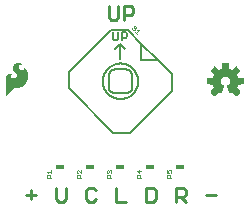
<source format=gbr>
G04 EAGLE Gerber RS-274X export*
G75*
%MOMM*%
%FSLAX34Y34*%
%LPD*%
%INSilkscreen Top*%
%IPPOS*%
%AMOC8*
5,1,8,0,0,1.08239X$1,22.5*%
G01*
%ADD10C,0.254000*%
%ADD11C,0.203200*%
%ADD12C,0.152400*%
%ADD13C,0.025400*%
%ADD14R,0.762000X0.457200*%

G36*
X212520Y114446D02*
X212520Y114446D01*
X212628Y114456D01*
X212641Y114462D01*
X212655Y114464D01*
X212752Y114512D01*
X212851Y114557D01*
X212864Y114568D01*
X212873Y114572D01*
X212888Y114588D01*
X212965Y114650D01*
X215550Y117235D01*
X215613Y117324D01*
X215679Y117409D01*
X215684Y117422D01*
X215692Y117434D01*
X215723Y117537D01*
X215759Y117640D01*
X215759Y117654D01*
X215763Y117667D01*
X215759Y117775D01*
X215760Y117884D01*
X215755Y117897D01*
X215755Y117911D01*
X215717Y118013D01*
X215682Y118115D01*
X215673Y118130D01*
X215669Y118139D01*
X215655Y118156D01*
X215601Y118238D01*
X212837Y121628D01*
X213394Y122710D01*
X213400Y122730D01*
X213442Y122825D01*
X213813Y123984D01*
X218164Y124427D01*
X218268Y124455D01*
X218374Y124480D01*
X218386Y124487D01*
X218399Y124490D01*
X218489Y124551D01*
X218582Y124608D01*
X218590Y124619D01*
X218602Y124627D01*
X218668Y124713D01*
X218737Y124797D01*
X218741Y124810D01*
X218750Y124821D01*
X218784Y124924D01*
X218823Y125025D01*
X218824Y125043D01*
X218828Y125052D01*
X218828Y125074D01*
X218837Y125172D01*
X218837Y128828D01*
X218820Y128935D01*
X218806Y129043D01*
X218800Y129055D01*
X218798Y129069D01*
X218746Y129165D01*
X218699Y129262D01*
X218689Y129272D01*
X218683Y129284D01*
X218603Y129358D01*
X218527Y129435D01*
X218515Y129441D01*
X218505Y129451D01*
X218406Y129496D01*
X218309Y129544D01*
X218291Y129548D01*
X218282Y129552D01*
X218261Y129554D01*
X218164Y129573D01*
X213813Y130016D01*
X213442Y131175D01*
X213433Y131192D01*
X213431Y131200D01*
X213427Y131207D01*
X213394Y131290D01*
X212837Y132372D01*
X215601Y135762D01*
X215655Y135856D01*
X215712Y135948D01*
X215715Y135961D01*
X215722Y135973D01*
X215743Y136080D01*
X215768Y136185D01*
X215766Y136199D01*
X215769Y136213D01*
X215754Y136320D01*
X215744Y136428D01*
X215738Y136441D01*
X215736Y136455D01*
X215688Y136552D01*
X215643Y136651D01*
X215632Y136664D01*
X215628Y136673D01*
X215612Y136688D01*
X215550Y136765D01*
X212965Y139350D01*
X212876Y139413D01*
X212791Y139479D01*
X212778Y139484D01*
X212766Y139492D01*
X212663Y139523D01*
X212560Y139559D01*
X212546Y139559D01*
X212533Y139563D01*
X212425Y139559D01*
X212316Y139560D01*
X212303Y139555D01*
X212289Y139555D01*
X212187Y139517D01*
X212085Y139482D01*
X212070Y139473D01*
X212061Y139469D01*
X212044Y139455D01*
X211962Y139401D01*
X208572Y136637D01*
X207490Y137194D01*
X207470Y137200D01*
X207375Y137242D01*
X206216Y137613D01*
X205773Y141964D01*
X205745Y142068D01*
X205720Y142174D01*
X205713Y142186D01*
X205710Y142199D01*
X205649Y142289D01*
X205592Y142382D01*
X205581Y142390D01*
X205573Y142402D01*
X205487Y142468D01*
X205403Y142537D01*
X205390Y142541D01*
X205379Y142550D01*
X205276Y142584D01*
X205175Y142623D01*
X205157Y142624D01*
X205148Y142628D01*
X205126Y142628D01*
X205028Y142637D01*
X201372Y142637D01*
X201265Y142620D01*
X201157Y142606D01*
X201145Y142600D01*
X201131Y142598D01*
X201035Y142546D01*
X200938Y142499D01*
X200928Y142489D01*
X200916Y142483D01*
X200842Y142403D01*
X200765Y142327D01*
X200759Y142315D01*
X200749Y142305D01*
X200704Y142206D01*
X200656Y142109D01*
X200652Y142091D01*
X200648Y142082D01*
X200646Y142061D01*
X200627Y141964D01*
X200184Y137613D01*
X199025Y137242D01*
X199007Y137232D01*
X198910Y137194D01*
X197828Y136637D01*
X194438Y139401D01*
X194344Y139455D01*
X194252Y139512D01*
X194239Y139515D01*
X194227Y139522D01*
X194120Y139543D01*
X194015Y139568D01*
X194001Y139566D01*
X193987Y139569D01*
X193880Y139554D01*
X193772Y139544D01*
X193759Y139538D01*
X193746Y139536D01*
X193648Y139488D01*
X193549Y139443D01*
X193536Y139432D01*
X193527Y139428D01*
X193512Y139412D01*
X193435Y139350D01*
X190850Y136765D01*
X190787Y136676D01*
X190721Y136591D01*
X190716Y136578D01*
X190708Y136566D01*
X190677Y136463D01*
X190641Y136360D01*
X190641Y136346D01*
X190637Y136333D01*
X190641Y136225D01*
X190640Y136116D01*
X190645Y136103D01*
X190645Y136089D01*
X190683Y135987D01*
X190718Y135885D01*
X190727Y135870D01*
X190731Y135861D01*
X190745Y135844D01*
X190799Y135762D01*
X193563Y132372D01*
X193006Y131290D01*
X193000Y131270D01*
X192958Y131175D01*
X192587Y130016D01*
X188236Y129573D01*
X188132Y129545D01*
X188026Y129520D01*
X188014Y129513D01*
X188001Y129510D01*
X187911Y129449D01*
X187818Y129392D01*
X187810Y129381D01*
X187798Y129373D01*
X187732Y129287D01*
X187664Y129203D01*
X187659Y129190D01*
X187650Y129179D01*
X187616Y129076D01*
X187577Y128975D01*
X187576Y128957D01*
X187572Y128948D01*
X187573Y128926D01*
X187563Y128828D01*
X187563Y125172D01*
X187580Y125065D01*
X187594Y124957D01*
X187600Y124945D01*
X187602Y124931D01*
X187654Y124835D01*
X187701Y124738D01*
X187711Y124728D01*
X187717Y124716D01*
X187797Y124642D01*
X187873Y124565D01*
X187885Y124559D01*
X187896Y124549D01*
X187994Y124504D01*
X188091Y124456D01*
X188109Y124452D01*
X188118Y124448D01*
X188139Y124446D01*
X188236Y124427D01*
X192587Y123984D01*
X192958Y122825D01*
X192968Y122807D01*
X193006Y122710D01*
X193563Y121628D01*
X190799Y118238D01*
X190745Y118144D01*
X190688Y118052D01*
X190685Y118039D01*
X190678Y118027D01*
X190657Y117920D01*
X190632Y117815D01*
X190634Y117801D01*
X190631Y117787D01*
X190646Y117680D01*
X190656Y117572D01*
X190662Y117559D01*
X190664Y117546D01*
X190712Y117448D01*
X190757Y117349D01*
X190768Y117336D01*
X190772Y117327D01*
X190788Y117312D01*
X190850Y117235D01*
X193435Y114650D01*
X193524Y114587D01*
X193609Y114521D01*
X193622Y114516D01*
X193634Y114508D01*
X193737Y114477D01*
X193840Y114441D01*
X193854Y114441D01*
X193867Y114437D01*
X193975Y114441D01*
X194084Y114440D01*
X194097Y114445D01*
X194111Y114445D01*
X194213Y114483D01*
X194315Y114518D01*
X194330Y114527D01*
X194339Y114531D01*
X194356Y114545D01*
X194438Y114599D01*
X197828Y117363D01*
X198910Y116806D01*
X198963Y116789D01*
X199012Y116763D01*
X199078Y116752D01*
X199142Y116731D01*
X199198Y116732D01*
X199252Y116723D01*
X199319Y116734D01*
X199386Y116735D01*
X199438Y116753D01*
X199493Y116762D01*
X199553Y116794D01*
X199616Y116817D01*
X199659Y116851D01*
X199709Y116877D01*
X199755Y116926D01*
X199807Y116968D01*
X199838Y117015D01*
X199876Y117055D01*
X199932Y117160D01*
X199940Y117173D01*
X199941Y117178D01*
X199945Y117185D01*
X202098Y122382D01*
X202118Y122466D01*
X202123Y122478D01*
X202125Y122494D01*
X202150Y122580D01*
X202149Y122600D01*
X202154Y122620D01*
X202146Y122702D01*
X202147Y122721D01*
X202143Y122741D01*
X202139Y122824D01*
X202132Y122843D01*
X202130Y122863D01*
X202098Y122932D01*
X202092Y122959D01*
X202077Y122983D01*
X202050Y123052D01*
X202037Y123067D01*
X202029Y123085D01*
X201984Y123134D01*
X201964Y123166D01*
X201932Y123192D01*
X201893Y123238D01*
X201872Y123253D01*
X201862Y123263D01*
X201841Y123275D01*
X201778Y123319D01*
X201775Y123321D01*
X201774Y123321D01*
X201772Y123323D01*
X200888Y123818D01*
X200209Y124445D01*
X199695Y125214D01*
X199375Y126082D01*
X199267Y126999D01*
X199380Y127934D01*
X199711Y128815D01*
X200243Y129592D01*
X200944Y130221D01*
X201774Y130664D01*
X202686Y130898D01*
X203628Y130908D01*
X204544Y130694D01*
X205384Y130269D01*
X206098Y129656D01*
X206647Y128891D01*
X206998Y128017D01*
X207131Y127085D01*
X207039Y126148D01*
X206727Y125260D01*
X206212Y124472D01*
X205525Y123828D01*
X204626Y123322D01*
X204586Y123289D01*
X204544Y123267D01*
X204513Y123234D01*
X204465Y123199D01*
X204452Y123182D01*
X204436Y123169D01*
X204401Y123115D01*
X204377Y123089D01*
X204364Y123058D01*
X204322Y123001D01*
X204316Y122981D01*
X204305Y122963D01*
X204287Y122890D01*
X204277Y122867D01*
X204274Y122843D01*
X204251Y122768D01*
X204252Y122747D01*
X204247Y122726D01*
X204254Y122642D01*
X204253Y122624D01*
X204256Y122608D01*
X204259Y122524D01*
X204267Y122498D01*
X204268Y122483D01*
X204278Y122461D01*
X204302Y122382D01*
X204610Y121637D01*
X204611Y121637D01*
X204921Y120888D01*
X205231Y120139D01*
X205231Y120138D01*
X205542Y119390D01*
X205542Y119389D01*
X205852Y118640D01*
X206162Y117891D01*
X206163Y117891D01*
X206455Y117185D01*
X206484Y117138D01*
X206505Y117086D01*
X206548Y117035D01*
X206584Y116978D01*
X206627Y116943D01*
X206663Y116900D01*
X206720Y116866D01*
X206772Y116823D01*
X206824Y116804D01*
X206872Y116775D01*
X206938Y116761D01*
X207001Y116737D01*
X207056Y116735D01*
X207110Y116724D01*
X207177Y116731D01*
X207244Y116729D01*
X207298Y116745D01*
X207353Y116752D01*
X207464Y116796D01*
X207478Y116800D01*
X207482Y116803D01*
X207490Y116806D01*
X208572Y117363D01*
X211962Y114599D01*
X212056Y114545D01*
X212148Y114488D01*
X212161Y114485D01*
X212173Y114478D01*
X212280Y114457D01*
X212385Y114432D01*
X212399Y114434D01*
X212413Y114431D01*
X212520Y114446D01*
G37*
G36*
X17473Y114201D02*
X17473Y114201D01*
X17477Y114199D01*
X17547Y114235D01*
X17557Y114240D01*
X17558Y114241D01*
X22430Y119723D01*
X23284Y120505D01*
X24274Y121094D01*
X24625Y121221D01*
X24993Y121286D01*
X27268Y121286D01*
X27273Y121288D01*
X27279Y121286D01*
X28643Y121410D01*
X28653Y121416D01*
X28665Y121414D01*
X29984Y121782D01*
X29992Y121790D01*
X30005Y121791D01*
X31235Y122391D01*
X31242Y122398D01*
X31253Y122401D01*
X32410Y123218D01*
X32415Y123226D01*
X32424Y123229D01*
X33455Y124201D01*
X33458Y124209D01*
X33464Y124211D01*
X33465Y124213D01*
X33467Y124214D01*
X34352Y125321D01*
X34354Y125331D01*
X34363Y125338D01*
X35310Y127019D01*
X35311Y127030D01*
X35319Y127040D01*
X35947Y128864D01*
X35946Y128875D01*
X35953Y128886D01*
X36241Y130793D01*
X36238Y130804D01*
X36243Y130816D01*
X36241Y130868D01*
X36233Y131120D01*
X36229Y131246D01*
X36229Y131247D01*
X36221Y131499D01*
X36213Y131752D01*
X36209Y131878D01*
X36201Y132130D01*
X36190Y132509D01*
X36182Y132744D01*
X36178Y132753D01*
X36180Y132765D01*
X35973Y133804D01*
X35968Y133812D01*
X35968Y133823D01*
X35610Y134820D01*
X35604Y134827D01*
X35603Y134838D01*
X35101Y135772D01*
X35092Y135779D01*
X35089Y135791D01*
X34182Y136928D01*
X34171Y136934D01*
X34164Y136947D01*
X33038Y137868D01*
X32995Y137880D01*
X32954Y137896D01*
X32949Y137894D01*
X32943Y137895D01*
X32905Y137874D01*
X32865Y137855D01*
X32862Y137849D01*
X32858Y137847D01*
X32850Y137818D01*
X32832Y137770D01*
X32832Y136890D01*
X32816Y136770D01*
X32772Y136667D01*
X32498Y136327D01*
X32137Y136079D01*
X31963Y136014D01*
X31425Y135956D01*
X30895Y136054D01*
X30407Y136303D01*
X29505Y136954D01*
X29093Y137308D01*
X28742Y137718D01*
X28459Y138176D01*
X28253Y138670D01*
X28194Y138970D01*
X28206Y139273D01*
X28363Y139792D01*
X28649Y140252D01*
X29044Y140622D01*
X29525Y140877D01*
X30015Y141016D01*
X30526Y141073D01*
X31129Y141073D01*
X31130Y141073D01*
X31152Y141082D01*
X31220Y141111D01*
X31255Y141203D01*
X31251Y141212D01*
X31217Y141288D01*
X31215Y141291D01*
X31214Y141292D01*
X31213Y141293D01*
X31192Y141313D01*
X31185Y141316D01*
X31181Y141324D01*
X30746Y141662D01*
X30731Y141666D01*
X30719Y141678D01*
X30215Y141899D01*
X30214Y141899D01*
X29858Y142051D01*
X29630Y142152D01*
X29620Y142153D01*
X29610Y142159D01*
X28732Y142379D01*
X28723Y142378D01*
X28713Y142382D01*
X27813Y142468D01*
X27803Y142464D01*
X27791Y142468D01*
X26923Y142402D01*
X26912Y142396D01*
X26899Y142397D01*
X26059Y142166D01*
X26049Y142158D01*
X26036Y142157D01*
X25256Y141769D01*
X25249Y141761D01*
X25238Y141758D01*
X24461Y141198D01*
X24457Y141191D01*
X24448Y141187D01*
X23752Y140529D01*
X23747Y140518D01*
X23736Y140510D01*
X23305Y139907D01*
X23302Y139892D01*
X23290Y139879D01*
X23023Y139187D01*
X23023Y139171D01*
X23015Y139156D01*
X22928Y138419D01*
X22933Y138404D01*
X22929Y138387D01*
X23028Y137652D01*
X23036Y137639D01*
X23036Y137622D01*
X23316Y136934D01*
X23325Y136925D01*
X23328Y136911D01*
X24515Y135153D01*
X24523Y135148D01*
X24527Y135137D01*
X25980Y133596D01*
X26350Y133161D01*
X26590Y132658D01*
X26692Y132110D01*
X26649Y131554D01*
X26463Y131029D01*
X26148Y130569D01*
X25723Y130204D01*
X25180Y129911D01*
X24594Y129713D01*
X23984Y129616D01*
X23273Y129651D01*
X22595Y129858D01*
X21989Y130223D01*
X21676Y130551D01*
X21470Y130955D01*
X21377Y131371D01*
X21377Y131799D01*
X21470Y132214D01*
X21542Y132352D01*
X21660Y132466D01*
X22484Y133065D01*
X22617Y133136D01*
X22755Y133164D01*
X22913Y133148D01*
X22956Y133162D01*
X23001Y133173D01*
X23003Y133177D01*
X23007Y133178D01*
X23027Y133219D01*
X23050Y133258D01*
X23049Y133262D01*
X23051Y133266D01*
X23036Y133309D01*
X23023Y133353D01*
X23020Y133355D01*
X23019Y133359D01*
X22981Y133378D01*
X22945Y133399D01*
X22462Y133475D01*
X22457Y133474D01*
X22452Y133476D01*
X21512Y133549D01*
X21503Y133546D01*
X21492Y133549D01*
X20552Y133476D01*
X20542Y133471D01*
X20530Y133472D01*
X19831Y133288D01*
X19821Y133280D01*
X19807Y133279D01*
X19159Y132958D01*
X19151Y132949D01*
X19137Y132945D01*
X18567Y132500D01*
X18561Y132489D01*
X18549Y132483D01*
X18079Y131933D01*
X18075Y131921D01*
X18064Y131912D01*
X17663Y131180D01*
X17662Y131167D01*
X17653Y131156D01*
X17413Y130357D01*
X17414Y130344D01*
X17408Y130331D01*
X17338Y129500D01*
X17340Y129494D01*
X17338Y129489D01*
X17338Y114325D01*
X17340Y114320D01*
X17338Y114316D01*
X17359Y114276D01*
X17376Y114234D01*
X17381Y114233D01*
X17383Y114228D01*
X17426Y114215D01*
X17468Y114199D01*
X17473Y114201D01*
G37*
D10*
X60008Y36777D02*
X60008Y27032D01*
X61957Y25083D01*
X65855Y25083D01*
X67804Y27032D01*
X67804Y36777D01*
X136208Y36777D02*
X136208Y25083D01*
X142055Y25083D01*
X144004Y27032D01*
X144004Y34828D01*
X142055Y36777D01*
X136208Y36777D01*
X110808Y36777D02*
X110808Y25083D01*
X118604Y25083D01*
X161608Y25083D02*
X161608Y36777D01*
X167455Y36777D01*
X169404Y34828D01*
X169404Y30930D01*
X167455Y28981D01*
X161608Y28981D01*
X165506Y28981D02*
X169404Y25083D01*
X93204Y34828D02*
X91255Y36777D01*
X87357Y36777D01*
X85408Y34828D01*
X85408Y27032D01*
X87357Y25083D01*
X91255Y25083D01*
X93204Y27032D01*
X42404Y30929D02*
X34608Y30929D01*
X38506Y34827D02*
X38506Y27031D01*
X187008Y30930D02*
X194804Y30930D01*
X104426Y181019D02*
X104426Y190764D01*
X104426Y181019D02*
X106375Y179070D01*
X110273Y179070D01*
X112222Y181019D01*
X112222Y190764D01*
X117523Y190764D02*
X117523Y179070D01*
X117523Y190764D02*
X123370Y190764D01*
X125319Y188815D01*
X125319Y184917D01*
X123370Y182968D01*
X117523Y182968D01*
D11*
X70813Y120990D02*
X108290Y83513D01*
X70813Y120990D02*
X70813Y135132D01*
X106168Y170487D01*
X120310Y170487D01*
X131978Y158820D01*
X146120Y144678D02*
X157787Y133010D01*
X157787Y118868D01*
X122432Y83513D01*
X108290Y83513D01*
X104401Y122101D02*
X104401Y131899D01*
X104401Y122101D02*
X104403Y121961D01*
X104409Y121821D01*
X104419Y121681D01*
X104432Y121541D01*
X104450Y121402D01*
X104472Y121263D01*
X104497Y121126D01*
X104526Y120988D01*
X104559Y120852D01*
X104596Y120717D01*
X104637Y120583D01*
X104682Y120450D01*
X104730Y120318D01*
X104782Y120188D01*
X104837Y120059D01*
X104896Y119932D01*
X104959Y119806D01*
X105025Y119682D01*
X105094Y119561D01*
X105167Y119441D01*
X105244Y119323D01*
X105323Y119208D01*
X105406Y119094D01*
X105492Y118984D01*
X105581Y118875D01*
X105673Y118769D01*
X105768Y118666D01*
X105865Y118565D01*
X105966Y118468D01*
X106069Y118373D01*
X106175Y118281D01*
X106284Y118192D01*
X106394Y118106D01*
X106508Y118023D01*
X106623Y117944D01*
X106741Y117867D01*
X106861Y117794D01*
X106982Y117725D01*
X107106Y117659D01*
X107232Y117596D01*
X107359Y117537D01*
X107488Y117482D01*
X107618Y117430D01*
X107750Y117382D01*
X107883Y117337D01*
X108017Y117296D01*
X108152Y117259D01*
X108288Y117226D01*
X108426Y117197D01*
X108563Y117172D01*
X108702Y117150D01*
X108841Y117132D01*
X108981Y117119D01*
X109121Y117109D01*
X109261Y117103D01*
X109401Y117101D01*
X119199Y117101D01*
X119339Y117103D01*
X119479Y117109D01*
X119619Y117119D01*
X119759Y117132D01*
X119898Y117150D01*
X120037Y117172D01*
X120174Y117197D01*
X120312Y117226D01*
X120448Y117259D01*
X120583Y117296D01*
X120717Y117337D01*
X120850Y117382D01*
X120982Y117430D01*
X121112Y117482D01*
X121241Y117537D01*
X121368Y117596D01*
X121494Y117659D01*
X121618Y117725D01*
X121739Y117794D01*
X121859Y117867D01*
X121977Y117944D01*
X122092Y118023D01*
X122206Y118106D01*
X122316Y118192D01*
X122425Y118281D01*
X122531Y118373D01*
X122634Y118468D01*
X122735Y118565D01*
X122832Y118666D01*
X122927Y118769D01*
X123019Y118875D01*
X123108Y118984D01*
X123194Y119094D01*
X123277Y119208D01*
X123356Y119323D01*
X123433Y119441D01*
X123506Y119561D01*
X123575Y119682D01*
X123641Y119806D01*
X123704Y119932D01*
X123763Y120059D01*
X123818Y120188D01*
X123870Y120318D01*
X123918Y120450D01*
X123963Y120583D01*
X124004Y120717D01*
X124041Y120852D01*
X124074Y120988D01*
X124103Y121126D01*
X124128Y121263D01*
X124150Y121402D01*
X124168Y121541D01*
X124181Y121681D01*
X124191Y121821D01*
X124197Y121961D01*
X124199Y122101D01*
X124199Y131899D01*
X124197Y132039D01*
X124191Y132179D01*
X124181Y132319D01*
X124168Y132459D01*
X124150Y132598D01*
X124128Y132737D01*
X124103Y132874D01*
X124074Y133012D01*
X124041Y133148D01*
X124004Y133283D01*
X123963Y133417D01*
X123918Y133550D01*
X123870Y133682D01*
X123818Y133812D01*
X123763Y133941D01*
X123704Y134068D01*
X123641Y134194D01*
X123575Y134318D01*
X123506Y134439D01*
X123433Y134559D01*
X123356Y134677D01*
X123277Y134792D01*
X123194Y134906D01*
X123108Y135016D01*
X123019Y135125D01*
X122927Y135231D01*
X122832Y135334D01*
X122735Y135435D01*
X122634Y135532D01*
X122531Y135627D01*
X122425Y135719D01*
X122316Y135808D01*
X122206Y135894D01*
X122092Y135977D01*
X121977Y136056D01*
X121859Y136133D01*
X121739Y136206D01*
X121618Y136275D01*
X121494Y136341D01*
X121368Y136404D01*
X121241Y136463D01*
X121112Y136518D01*
X120982Y136570D01*
X120850Y136618D01*
X120717Y136663D01*
X120583Y136704D01*
X120448Y136741D01*
X120312Y136774D01*
X120174Y136803D01*
X120037Y136828D01*
X119898Y136850D01*
X119759Y136868D01*
X119619Y136881D01*
X119479Y136891D01*
X119339Y136897D01*
X119199Y136899D01*
X109401Y136899D01*
X109261Y136897D01*
X109121Y136891D01*
X108981Y136881D01*
X108841Y136868D01*
X108702Y136850D01*
X108563Y136828D01*
X108426Y136803D01*
X108288Y136774D01*
X108152Y136741D01*
X108017Y136704D01*
X107883Y136663D01*
X107750Y136618D01*
X107618Y136570D01*
X107488Y136518D01*
X107359Y136463D01*
X107232Y136404D01*
X107106Y136341D01*
X106982Y136275D01*
X106861Y136206D01*
X106741Y136133D01*
X106623Y136056D01*
X106508Y135977D01*
X106394Y135894D01*
X106284Y135808D01*
X106175Y135719D01*
X106069Y135627D01*
X105966Y135532D01*
X105865Y135435D01*
X105768Y135334D01*
X105673Y135231D01*
X105581Y135125D01*
X105492Y135016D01*
X105406Y134906D01*
X105323Y134792D01*
X105244Y134677D01*
X105167Y134559D01*
X105094Y134439D01*
X105025Y134318D01*
X104959Y134194D01*
X104896Y134068D01*
X104837Y133941D01*
X104782Y133812D01*
X104730Y133682D01*
X104682Y133550D01*
X104637Y133417D01*
X104596Y133283D01*
X104559Y133148D01*
X104526Y133012D01*
X104497Y132874D01*
X104472Y132737D01*
X104450Y132598D01*
X104432Y132459D01*
X104419Y132319D01*
X104409Y132179D01*
X104403Y132039D01*
X104401Y131899D01*
X99300Y127000D02*
X99305Y127368D01*
X99318Y127736D01*
X99341Y128103D01*
X99372Y128470D01*
X99413Y128836D01*
X99462Y129201D01*
X99521Y129564D01*
X99588Y129926D01*
X99664Y130287D01*
X99750Y130645D01*
X99843Y131001D01*
X99946Y131354D01*
X100057Y131705D01*
X100177Y132053D01*
X100305Y132398D01*
X100442Y132740D01*
X100587Y133079D01*
X100740Y133413D01*
X100902Y133744D01*
X101071Y134071D01*
X101249Y134393D01*
X101434Y134712D01*
X101627Y135025D01*
X101828Y135334D01*
X102036Y135637D01*
X102252Y135935D01*
X102475Y136228D01*
X102705Y136516D01*
X102942Y136798D01*
X103186Y137073D01*
X103436Y137343D01*
X103693Y137607D01*
X103957Y137864D01*
X104227Y138114D01*
X104502Y138358D01*
X104784Y138595D01*
X105072Y138825D01*
X105365Y139048D01*
X105663Y139264D01*
X105966Y139472D01*
X106275Y139673D01*
X106588Y139866D01*
X106907Y140051D01*
X107229Y140229D01*
X107556Y140398D01*
X107887Y140560D01*
X108221Y140713D01*
X108560Y140858D01*
X108902Y140995D01*
X109247Y141123D01*
X109595Y141243D01*
X109946Y141354D01*
X110299Y141457D01*
X110655Y141550D01*
X111013Y141636D01*
X111374Y141712D01*
X111736Y141779D01*
X112099Y141838D01*
X112464Y141887D01*
X112830Y141928D01*
X113197Y141959D01*
X113564Y141982D01*
X113932Y141995D01*
X114300Y142000D01*
X114668Y141995D01*
X115036Y141982D01*
X115403Y141959D01*
X115770Y141928D01*
X116136Y141887D01*
X116501Y141838D01*
X116864Y141779D01*
X117226Y141712D01*
X117587Y141636D01*
X117945Y141550D01*
X118301Y141457D01*
X118654Y141354D01*
X119005Y141243D01*
X119353Y141123D01*
X119698Y140995D01*
X120040Y140858D01*
X120379Y140713D01*
X120713Y140560D01*
X121044Y140398D01*
X121371Y140229D01*
X121693Y140051D01*
X122012Y139866D01*
X122325Y139673D01*
X122634Y139472D01*
X122937Y139264D01*
X123235Y139048D01*
X123528Y138825D01*
X123816Y138595D01*
X124098Y138358D01*
X124373Y138114D01*
X124643Y137864D01*
X124907Y137607D01*
X125164Y137343D01*
X125414Y137073D01*
X125658Y136798D01*
X125895Y136516D01*
X126125Y136228D01*
X126348Y135935D01*
X126564Y135637D01*
X126772Y135334D01*
X126973Y135025D01*
X127166Y134712D01*
X127351Y134393D01*
X127529Y134071D01*
X127698Y133744D01*
X127860Y133413D01*
X128013Y133079D01*
X128158Y132740D01*
X128295Y132398D01*
X128423Y132053D01*
X128543Y131705D01*
X128654Y131354D01*
X128757Y131001D01*
X128850Y130645D01*
X128936Y130287D01*
X129012Y129926D01*
X129079Y129564D01*
X129138Y129201D01*
X129187Y128836D01*
X129228Y128470D01*
X129259Y128103D01*
X129282Y127736D01*
X129295Y127368D01*
X129300Y127000D01*
X129295Y126632D01*
X129282Y126264D01*
X129259Y125897D01*
X129228Y125530D01*
X129187Y125164D01*
X129138Y124799D01*
X129079Y124436D01*
X129012Y124074D01*
X128936Y123713D01*
X128850Y123355D01*
X128757Y122999D01*
X128654Y122646D01*
X128543Y122295D01*
X128423Y121947D01*
X128295Y121602D01*
X128158Y121260D01*
X128013Y120921D01*
X127860Y120587D01*
X127698Y120256D01*
X127529Y119929D01*
X127351Y119607D01*
X127166Y119288D01*
X126973Y118975D01*
X126772Y118666D01*
X126564Y118363D01*
X126348Y118065D01*
X126125Y117772D01*
X125895Y117484D01*
X125658Y117202D01*
X125414Y116927D01*
X125164Y116657D01*
X124907Y116393D01*
X124643Y116136D01*
X124373Y115886D01*
X124098Y115642D01*
X123816Y115405D01*
X123528Y115175D01*
X123235Y114952D01*
X122937Y114736D01*
X122634Y114528D01*
X122325Y114327D01*
X122012Y114134D01*
X121693Y113949D01*
X121371Y113771D01*
X121044Y113602D01*
X120713Y113440D01*
X120379Y113287D01*
X120040Y113142D01*
X119698Y113005D01*
X119353Y112877D01*
X119005Y112757D01*
X118654Y112646D01*
X118301Y112543D01*
X117945Y112450D01*
X117587Y112364D01*
X117226Y112288D01*
X116864Y112221D01*
X116501Y112162D01*
X116136Y112113D01*
X115770Y112072D01*
X115403Y112041D01*
X115036Y112018D01*
X114668Y112005D01*
X114300Y112000D01*
X113932Y112005D01*
X113564Y112018D01*
X113197Y112041D01*
X112830Y112072D01*
X112464Y112113D01*
X112099Y112162D01*
X111736Y112221D01*
X111374Y112288D01*
X111013Y112364D01*
X110655Y112450D01*
X110299Y112543D01*
X109946Y112646D01*
X109595Y112757D01*
X109247Y112877D01*
X108902Y113005D01*
X108560Y113142D01*
X108221Y113287D01*
X107887Y113440D01*
X107556Y113602D01*
X107229Y113771D01*
X106907Y113949D01*
X106588Y114134D01*
X106275Y114327D01*
X105966Y114528D01*
X105663Y114736D01*
X105365Y114952D01*
X105072Y115175D01*
X104784Y115405D01*
X104502Y115642D01*
X104227Y115886D01*
X103957Y116136D01*
X103693Y116393D01*
X103436Y116657D01*
X103186Y116927D01*
X102942Y117202D01*
X102705Y117484D01*
X102475Y117772D01*
X102252Y118065D01*
X102036Y118363D01*
X101828Y118666D01*
X101627Y118975D01*
X101434Y119288D01*
X101249Y119607D01*
X101071Y119929D01*
X100902Y120256D01*
X100740Y120587D01*
X100587Y120921D01*
X100442Y121260D01*
X100305Y121602D01*
X100177Y121947D01*
X100057Y122295D01*
X99946Y122646D01*
X99843Y122999D01*
X99750Y123355D01*
X99664Y123713D01*
X99588Y124074D01*
X99521Y124436D01*
X99462Y124799D01*
X99413Y125164D01*
X99372Y125530D01*
X99341Y125897D01*
X99318Y126264D01*
X99305Y126632D01*
X99300Y127000D01*
X131978Y144678D02*
X146120Y144678D01*
X131978Y144678D02*
X131978Y158820D01*
X114300Y158113D02*
X114300Y145385D01*
X118543Y153870D02*
X114300Y158113D01*
X110057Y153870D01*
D12*
X107991Y162805D02*
X107991Y168313D01*
X107991Y162805D02*
X109093Y161703D01*
X111296Y161703D01*
X112397Y162805D01*
X112397Y168313D01*
X115475Y168313D02*
X115475Y161703D01*
X115475Y168313D02*
X118780Y168313D01*
X119881Y167211D01*
X119881Y165008D01*
X118780Y163906D01*
X115475Y163906D01*
D11*
X131978Y158820D02*
X146120Y144678D01*
D13*
X127716Y171997D02*
X127716Y172896D01*
X126818Y173795D01*
X125919Y173795D01*
X125470Y173345D01*
X125470Y172446D01*
X126368Y171548D01*
X126368Y170649D01*
X125919Y170200D01*
X125020Y170200D01*
X124121Y171098D01*
X124121Y171997D01*
X128116Y170699D02*
X129913Y170699D01*
X127217Y168003D01*
X126318Y168902D02*
X128116Y167104D01*
D14*
X63500Y53975D03*
D13*
X55753Y45212D02*
X51940Y45212D01*
X51940Y47119D01*
X52575Y47754D01*
X53846Y47754D01*
X54482Y47119D01*
X54482Y45212D01*
X54482Y46483D02*
X55753Y47754D01*
X53211Y48954D02*
X51940Y50225D01*
X55753Y50225D01*
X55753Y48954D02*
X55753Y51496D01*
D14*
X88900Y53975D03*
D13*
X81153Y45212D02*
X77340Y45212D01*
X77340Y47119D01*
X77975Y47754D01*
X79246Y47754D01*
X79882Y47119D01*
X79882Y45212D01*
X79882Y46483D02*
X81153Y47754D01*
X81153Y48954D02*
X81153Y51496D01*
X81153Y48954D02*
X78611Y51496D01*
X77975Y51496D01*
X77340Y50861D01*
X77340Y49590D01*
X77975Y48954D01*
D14*
X114300Y53975D03*
D13*
X106553Y45212D02*
X102740Y45212D01*
X102740Y47119D01*
X103375Y47754D01*
X104646Y47754D01*
X105282Y47119D01*
X105282Y45212D01*
X105282Y46483D02*
X106553Y47754D01*
X103375Y48954D02*
X102740Y49590D01*
X102740Y50861D01*
X103375Y51496D01*
X104011Y51496D01*
X104646Y50861D01*
X104646Y50225D01*
X104646Y50861D02*
X105282Y51496D01*
X105917Y51496D01*
X106553Y50861D01*
X106553Y49590D01*
X105917Y48954D01*
D14*
X139700Y53975D03*
D13*
X131953Y45212D02*
X128140Y45212D01*
X128140Y47119D01*
X128775Y47754D01*
X130046Y47754D01*
X130682Y47119D01*
X130682Y45212D01*
X130682Y46483D02*
X131953Y47754D01*
X131953Y50861D02*
X128140Y50861D01*
X130046Y48954D01*
X130046Y51496D01*
D14*
X165100Y53975D03*
D13*
X157353Y45212D02*
X153540Y45212D01*
X153540Y47119D01*
X154175Y47754D01*
X155446Y47754D01*
X156082Y47119D01*
X156082Y45212D01*
X156082Y46483D02*
X157353Y47754D01*
X153540Y48954D02*
X153540Y51496D01*
X153540Y48954D02*
X155446Y48954D01*
X154811Y50225D01*
X154811Y50861D01*
X155446Y51496D01*
X156717Y51496D01*
X157353Y50861D01*
X157353Y49590D01*
X156717Y48954D01*
M02*

</source>
